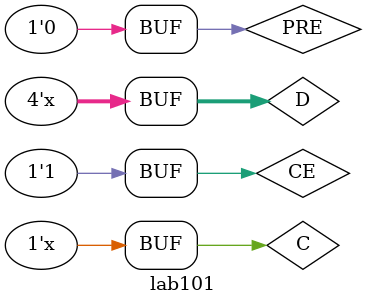
<source format=v>
`timescale 1ns / 1ps


module lab101;

	// Inputs
	reg C;
	reg CE;
	reg PRE;
	reg [3:0] D;

	// Outputs
	wire [3:0] Q;

	// Instantiate the Unit Under Test (UUT)
	v_registers_5 uut (
		.C(C), 
		.CE(CE), 
		.PRE(PRE), 
		.D(D), 
		.Q(Q)
	);

	initial begin
		// Initialize Inputs
		C = 0;
		CE = 0;
		PRE = 0;
		D = 0;

		// Wait 100 ns for global reset to finish
		#100;
        
		// Add stimulus here
PRE=1;
#50;
PRE=0;
#100;
CE=1;
end
always #50
D<=D+1;
always #50
C <= ~ C;
      
endmodule


</source>
